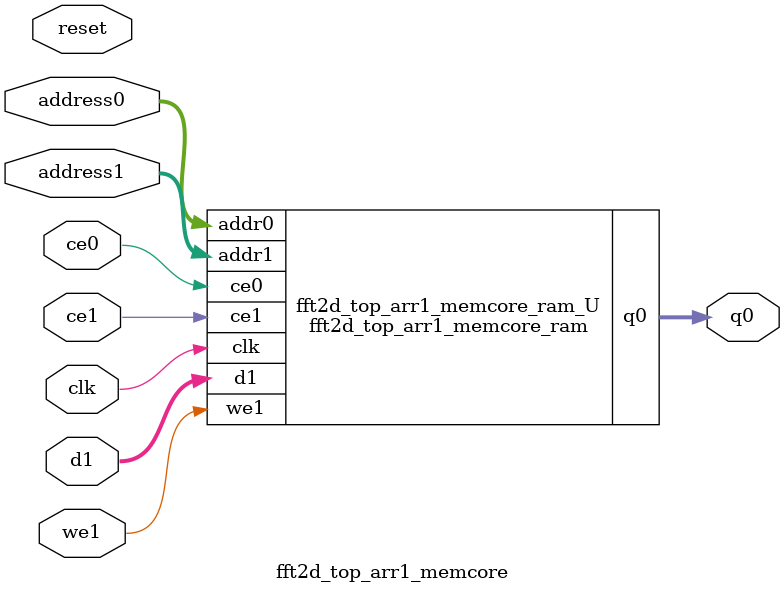
<source format=v>
`timescale 1 ns / 1 ps
module fft2d_top_arr1_memcore_ram (addr0, ce0, q0, addr1, ce1, d1, we1,  clk);

parameter DWIDTH = 64;
parameter AWIDTH = 10;
parameter MEM_SIZE = 1024;

input[AWIDTH-1:0] addr0;
input ce0;
output reg[DWIDTH-1:0] q0;
input[AWIDTH-1:0] addr1;
input ce1;
input[DWIDTH-1:0] d1;
input we1;
input clk;

(* ram_style = "hls_ultra", cascade_height = 1 *)reg [DWIDTH-1:0] ram[0:MEM_SIZE-1];




always @(posedge clk)  
begin 
    if (ce0) 
    begin
        q0 <= ram[addr0];
    end
end


always @(posedge clk)  
begin 
    if (ce1) 
    begin
        if (we1) 
        begin 
            ram[addr1] <= d1; 
        end 
    end
end


endmodule

`timescale 1 ns / 1 ps
module fft2d_top_arr1_memcore(
    reset,
    clk,
    address0,
    ce0,
    q0,
    address1,
    ce1,
    we1,
    d1);

parameter DataWidth = 32'd64;
parameter AddressRange = 32'd1024;
parameter AddressWidth = 32'd10;
input reset;
input clk;
input[AddressWidth - 1:0] address0;
input ce0;
output[DataWidth - 1:0] q0;
input[AddressWidth - 1:0] address1;
input ce1;
input we1;
input[DataWidth - 1:0] d1;



fft2d_top_arr1_memcore_ram fft2d_top_arr1_memcore_ram_U(
    .clk( clk ),
    .addr0( address0 ),
    .ce0( ce0 ),
    .q0( q0 ),
    .addr1( address1 ),
    .ce1( ce1 ),
    .we1( we1 ),
    .d1( d1 ));

endmodule


</source>
